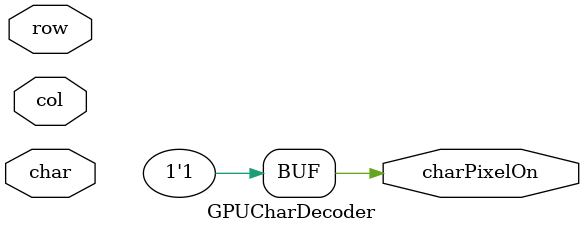
<source format=v>
module GPUCharDecoder(row, col, char, charPixelOn);
	input [3:0] row;
	input [2:0] col;
	input [7:0] char;
	output charPixelOn;
	
	// TODO
	assign charPixelOn = 1'b1;
endmodule

</source>
